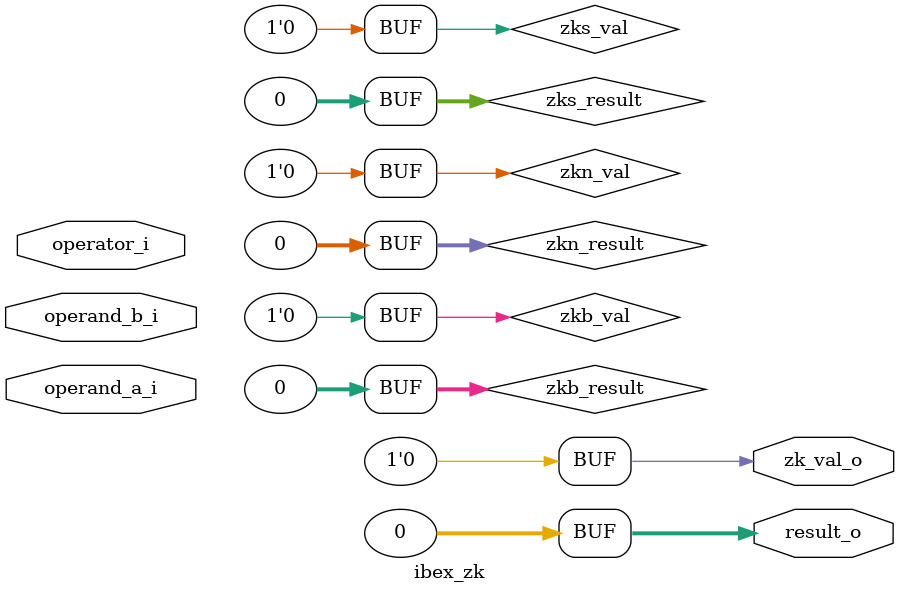
<source format=v>
module ibex_zk (
	operator_i,
	operand_a_i,
	operand_b_i,
	result_o,
	zk_val_o
);
	parameter integer RV32Zk = 32'sd0;
	input wire [6:0] operator_i;
	input wire [31:0] operand_a_i;
	input wire [31:0] operand_b_i;
	output wire [31:0] result_o;
	output wire zk_val_o;
	function automatic [31:0] ror32;
		input reg [31:0] x;
		input reg [4:0] amt;
		reg [31:0] ro;
		reg [31:0] l8;
		reg [31:0] l4;
		reg [31:0] l2;
		reg [31:0] l1;
		reg [31:0] l0;
		begin
			l0 = x;
			l1 = ({32 {amt[0]}} & {l0[0], l0[31:1]}) | ({32 {!amt[0]}} & l0[31:0]);
			l2 = ({32 {amt[1]}} & {l1[1:0], l1[31:2]}) | ({32 {!amt[1]}} & l1[31:0]);
			l4 = ({32 {amt[2]}} & {l2[3:0], l2[31:4]}) | ({32 {!amt[2]}} & l2[31:0]);
			l8 = ({32 {amt[3]}} & {l4[7:0], l4[31:8]}) | ({32 {!amt[3]}} & l4[31:0]);
			ro = ({32 {amt[4]}} & {l8[15:0], l8[31:16]}) | ({32 {!amt[4]}} & l8[31:0]);
			ror32 = ro;
		end
	endfunction
	function automatic [31:0] rol32;
		input reg [31:0] x;
		input reg [4:0] amt;
		reg [31:0] ro;
		reg [31:0] l8;
		reg [31:0] l4;
		reg [31:0] l2;
		reg [31:0] l1;
		reg [31:0] l0;
		begin
			l0 = x;
			l1 = ({32 {amt[0]}} & {l0[30:0], l0[31]}) | ({32 {!amt[0]}} & l0[31:0]);
			l2 = ({32 {amt[1]}} & {l1[29:0], l1[31:30]}) | ({32 {!amt[1]}} & l1[31:0]);
			l4 = ({32 {amt[2]}} & {l2[27:0], l2[31:28]}) | ({32 {!amt[2]}} & l2[31:0]);
			l8 = ({32 {amt[3]}} & {l4[23:0], l4[31:24]}) | ({32 {!amt[3]}} & l4[31:0]);
			ro = ({32 {amt[4]}} & {l8[15:0], l8[31:16]}) | ({32 {!amt[4]}} & l8[31:0]);
			rol32 = ro;
		end
	endfunction
	function automatic [7:0] rev8;
		input reg [7:0] x;
		reg [7:0] rb;
		begin
			begin : sv2v_autoblock_1
				reg signed [31:0] i;
				for (i = 0; i < 8; i = i + 1)
					rb[i] = x[(8 - i) - 1];
			end
			rev8 = rb;
		end
	endfunction
	function automatic [31:0] zip32;
		input reg [31:0] x;
		reg [31:0] uz;
		begin
			begin : sv2v_autoblock_2
				reg signed [31:0] i;
				for (i = 0; i < 16; i = i + 1)
					begin
						uz[2 * i] = x[i];
						uz[(2 * i) + 1] = x[i + 16];
					end
			end
			zip32 = uz;
		end
	endfunction
	function automatic [31:0] unzip32;
		input reg [31:0] x;
		reg [15:0] zh;
		reg [15:0] zl;
		begin
			begin : sv2v_autoblock_3
				reg signed [31:0] i;
				for (i = 0; i < 16; i = i + 1)
					begin
						zh[i] = x[(2 * i) + 1];
						zl[i] = x[2 * i];
					end
			end
			unzip32 = {zh, zl};
		end
	endfunction
	function automatic [7:0] xtime2;
		input reg [7:0] a;
		reg [7:0] x2;
		begin
			x2 = {a[6:0], 1'b0} ^ (a[7] ? 8'h1b : 8'b00000000);
			xtime2 = x2;
		end
	endfunction
	function automatic [7:0] xtimeN;
		input reg [7:0] a;
		input reg [3:0] b;
		reg [7:0] xn;
		begin
			xn = (((b[0] ? a : 0) ^ (b[1] ? xtime2(a) : 0)) ^ (b[2] ? xtime2(xtime2(a)) : 0)) ^ (b[3] ? xtime2(xtime2(xtime2(a))) : 0);
			xtimeN = xn;
		end
	endfunction
	wire zkb_val;
	wire [31:0] zkb_result;
	generate
		if (RV32Zk != 32'sd0) begin : gen_zkb
			wire ror_sel;
			wire rol_sel;
			wire rori_sel;
			wire andn_sel;
			wire orn_sel;
			wire xnor_sel;
			wire pack_sel;
			wire packh_sel;
			wire brev8_sel;
			wire rev8_sel;
			wire zip_sel;
			wire unzip_sel;
			wire clmull_sel;
			wire clmulh_sel;
			wire xperm8_sel;
			wire xperm4_sel;
			assign ror_sel = operator_i == 7'd67;
			assign rol_sel = operator_i == 7'd68;
			assign rori_sel = operator_i == 7'd62;
			assign andn_sel = operator_i == 7'd69;
			assign orn_sel = operator_i == 7'd70;
			assign xnor_sel = operator_i == 7'd71;
			assign pack_sel = operator_i == 7'd72;
			assign packh_sel = operator_i == 7'd73;
			assign brev8_sel = operator_i == 7'd63;
			assign rev8_sel = operator_i == 7'd64;
			assign zip_sel = operator_i == 7'd65;
			assign unzip_sel = operator_i == 7'd66;
			assign clmull_sel = operator_i == 7'd74;
			assign clmulh_sel = operator_i == 7'd75;
			assign xperm8_sel = operator_i == 7'd76;
			assign xperm4_sel = operator_i == 7'd77;
			wire [4:0] shamt;
			assign shamt = operand_b_i[4:0];
			wire [31:0] wror;
			wire [31:0] wrol;
			wire [31:0] wandn;
			wire [31:0] worn;
			wire [31:0] wxnor;
			wire [31:0] wpack;
			wire [31:0] wpackh;
			assign wror = ror32(operand_a_i, shamt);
			assign wrol = rol32(operand_a_i, shamt);
			assign wandn = operand_a_i & ~operand_b_i;
			assign worn = operand_a_i | ~operand_b_i;
			assign wxnor = operand_a_i ^ ~operand_b_i;
			assign wpack = {operand_b_i[15:0], operand_a_i[15:0]};
			assign wpackh = {16'd0, operand_b_i[7:0], operand_a_i[7:0]};
			wire [7:0] rs1_b0;
			wire [7:0] rs1_b1;
			wire [7:0] rs1_b2;
			wire [7:0] rs1_b3;
			assign rs1_b0 = operand_a_i[7:0];
			assign rs1_b1 = operand_a_i[15:8];
			assign rs1_b2 = operand_a_i[23:16];
			assign rs1_b3 = operand_a_i[31:24];
			wire [7:0] brev8_0;
			wire [7:0] brev8_1;
			wire [7:0] brev8_2;
			wire [7:0] brev8_3;
			assign brev8_0 = rev8(rs1_b0);
			assign brev8_1 = rev8(rs1_b1);
			assign brev8_2 = rev8(rs1_b2);
			assign brev8_3 = rev8(rs1_b3);
			wire [31:0] wbrev8;
			wire [31:0] wrev8;
			assign wbrev8 = {brev8_3, brev8_2, brev8_1, brev8_0};
			assign wrev8 = {rs1_b0, rs1_b1, rs1_b2, rs1_b3};
			wire [31:0] wzip;
			wire [31:0] wunzip;
			assign wzip = zip32(operand_a_i);
			assign wunzip = unzip32(operand_a_i);
			wire [3:0] lut_4b [7:0];
			wire [31:0] wxperm4;
			genvar i;
			for (i = 0; i < 8; i = i + 1) begin : gen_lut_xperm4
				assign lut_4b[i] = operand_a_i[4 * i+:4];
				wire [2:0] lut_8idx;
				assign lut_8idx = operand_b_i[4 * i+:3];
				wire [3:0] lut4_out;
				assign lut4_out = lut_4b[lut_8idx];
				assign wxperm4[i * 4+:4] = (operand_b_i[(4 * i) + 3] ? 4'b0000 : lut4_out);
			end
			wire [7:0] lut_8b [3:0];
			wire [31:0] wxperm8;
			for (i = 0; i < 4; i = i + 1) begin : gen_lut_xperm8
				assign lut_8b[i] = operand_a_i[8 * i+:8];
				wire [1:0] lut_4idx;
				assign lut_4idx = operand_b_i[8 * i+:2];
				wire [7:0] lut8_out;
				assign lut8_out = lut_8b[lut_4idx];
				assign wxperm8[i * 8+:8] = (|{operand_b_i[(8 * i) + 7:(8 * i) + 2]} ? 8'd0 : lut8_out);
			end
			wire [15:0] lhs0;
			wire [15:0] rhs0;
			wire [15:0] lhs1;
			wire [15:0] rhs1;
			wire [15:0] lhs2;
			wire [15:0] rhs2;
			assign lhs0 = (clmulh_sel ? operand_a_i[31:16] : operand_a_i[15:0]);
			assign rhs0 = (clmulh_sel ? operand_b_i[31:16] : operand_b_i[15:0]);
			assign lhs1 = operand_a_i[15:0];
			assign rhs1 = operand_b_i[31:16];
			assign lhs2 = operand_a_i[31:16];
			assign rhs2 = operand_b_i[15:0];
			wire [31:0] polymul0;
			wire [31:0] polymul1;
			wire [31:0] polymul2;
			ibex_poly16_mul mul16_ins0(
				lhs0,
				rhs0,
				polymul0
			);
			ibex_poly16_mul mul16_ins1(
				lhs1,
				rhs1,
				polymul1
			);
			ibex_poly16_mul mul16_ins2(
				lhs2,
				rhs2,
				polymul2
			);
			wire [31:0] wclmull;
			wire [31:0] wclmulh;
			wire [31:0] clmulm;
			assign clmulm = polymul1 ^ polymul2;
			assign wclmulh = {polymul0[31:16], polymul0[15:0] ^ clmulm[31:16]};
			assign wclmull = {polymul0[31:16] ^ clmulm[15:0], polymul0[15:0]};
			assign zkb_val = |{ror_sel, rol_sel, rori_sel, andn_sel, orn_sel, xnor_sel, pack_sel, packh_sel, brev8_sel, rev8_sel, zip_sel, unzip_sel, clmull_sel, clmulh_sel, xperm8_sel, xperm4_sel};
			assign zkb_result = ((((((((((((((({32 {ror_sel}} & wror) | ({32 {rol_sel}} & wrol)) | ({32 {rori_sel}} & wror)) | ({32 {andn_sel}} & wandn)) | ({32 {orn_sel}} & worn)) | ({32 {xnor_sel}} & wxnor)) | ({32 {pack_sel}} & wpack)) | ({32 {packh_sel}} & wpackh)) | ({32 {brev8_sel}} & wbrev8)) | ({32 {rev8_sel}} & wrev8)) | ({32 {zip_sel}} & wzip)) | ({32 {unzip_sel}} & wunzip)) | ({32 {clmull_sel}} & wclmull)) | ({32 {clmulh_sel}} & wclmulh)) | ({32 {xperm8_sel}} & wxperm8)) | ({32 {xperm4_sel}} & wxperm4);
		end
		else begin : no_gen_zkb
			assign zkb_val = 1'b0;
			assign zkb_result = 32'd0;
		end
	endgenerate
	wire zkn_val;
	wire [31:0] zkn_result;
	generate
		if (RV32Zk == 32'sd2) begin : gen_zkn
			wire bs0;
			wire bs1;
			wire bs2;
			wire bs3;
			assign bs0 = (((operator_i == 7'd88) || (operator_i == 7'd92)) || (operator_i == 7'd96)) || (operator_i == 7'd100);
			assign bs1 = (((operator_i == 7'd89) || (operator_i == 7'd93)) || (operator_i == 7'd97)) || (operator_i == 7'd101);
			assign bs2 = (((operator_i == 7'd90) || (operator_i == 7'd94)) || (operator_i == 7'd98)) || (operator_i == 7'd102);
			assign bs3 = (((operator_i == 7'd91) || (operator_i == 7'd95)) || (operator_i == 7'd99)) || (operator_i == 7'd103);
			wire decs_sel;
			wire encs_sel;
			wire decsm_sel;
			wire encsm_sel;
			assign decs_sel = (((operator_i == 7'd88) || (operator_i == 7'd89)) || (operator_i == 7'd90)) || (operator_i == 7'd91);
			assign encs_sel = (((operator_i == 7'd96) || (operator_i == 7'd97)) || (operator_i == 7'd98)) || (operator_i == 7'd99);
			assign decsm_sel = (((operator_i == 7'd92) || (operator_i == 7'd93)) || (operator_i == 7'd94)) || (operator_i == 7'd95);
			assign encsm_sel = (((operator_i == 7'd100) || (operator_i == 7'd101)) || (operator_i == 7'd102)) || (operator_i == 7'd103);
			wire aes32_sel;
			assign aes32_sel = ((decs_sel || encs_sel) || encsm_sel) || decsm_sel;
			wire [7:0] sel_byte;
			assign sel_byte = ((({8 {bs0}} & operand_b_i[7:0]) | ({8 {bs1}} & operand_b_i[15:8])) | ({8 {bs2}} & operand_b_i[23:16])) | ({8 {bs3}} & operand_b_i[31:24]);
			wire dec;
			wire mix;
			assign dec = decs_sel || decsm_sel;
			assign mix = encsm_sel || decsm_sel;
			wire [7:0] sbox_out;
			ibex_aes_sbox i_aes_sbox(
				.fw(~dec),
				.in(sel_byte),
				.fx(sbox_out)
			);
			wire [7:0] mix_b0;
			wire [7:0] mix_b1;
			wire [7:0] mix_b2;
			wire [7:0] mix_b3;
			assign mix_b3 = xtimeN(sbox_out, (dec ? 11 : 3));
			assign mix_b2 = (dec ? xtimeN(sbox_out, 13) : sbox_out);
			assign mix_b1 = (dec ? xtimeN(sbox_out, 9) : sbox_out);
			assign mix_b0 = xtimeN(sbox_out, (dec ? 14 : 2));
			wire [31:0] mixed;
			wire [31:0] sbox_mix;
			wire [31:0] rotated;
			assign mixed = {mix_b3, mix_b2, mix_b1, mix_b0};
			assign sbox_mix = (mix ? mixed : {24'b000000000000000000000000, sbox_out});
			assign rotated = ((({32 {bs0}} & {sbox_mix}) | ({32 {bs1}} & {sbox_mix[23:0], sbox_mix[31:24]})) | ({32 {bs2}} & {sbox_mix[15:0], sbox_mix[31:16]})) | ({32 {bs3}} & {sbox_mix[7:0], sbox_mix[31:8]});
			wire sha256_sum0_sel;
			wire sha256_sum1_sel;
			wire sha256_sig0_sel;
			wire sha256_sig1_sel;
			assign sha256_sum0_sel = operator_i == 7'd78;
			assign sha256_sum1_sel = operator_i == 7'd79;
			assign sha256_sig0_sel = operator_i == 7'd80;
			assign sha256_sig1_sel = operator_i == 7'd81;
			wire sha512_sum0r_sel;
			wire sha512_sum1r_sel;
			wire sha512_sig0l_sel;
			wire sha512_sig1l_sel;
			wire sha512_sig0h_sel;
			wire sha512_sig1h_sel;
			assign sha512_sum0r_sel = operator_i == 7'd82;
			assign sha512_sum1r_sel = operator_i == 7'd83;
			assign sha512_sig0l_sel = operator_i == 7'd84;
			assign sha512_sig0h_sel = operator_i == 7'd86;
			assign sha512_sig1l_sel = operator_i == 7'd85;
			assign sha512_sig1h_sel = operator_i == 7'd87;
			wire [31:0] sha256_sum0;
			wire [31:0] sha256_sum1;
			wire [31:0] sha256_sig0;
			wire [31:0] sha256_sig1;
			assign sha256_sig0 = (((operand_a_i >> 7) | (operand_a_i << 25)) ^ ((operand_a_i >> 18) | (operand_a_i << 14))) ^ (operand_a_i >> 3);
			assign sha256_sig1 = (((operand_a_i >> 17) | (operand_a_i << 15)) ^ ((operand_a_i >> 19) | (operand_a_i << 13))) ^ (operand_a_i >> 10);
			assign sha256_sum0 = (((operand_a_i >> 2) | (operand_a_i << 30)) ^ ((operand_a_i >> 13) | (operand_a_i << 19))) ^ ((operand_a_i >> 22) | (operand_a_i << 10));
			assign sha256_sum1 = (((operand_a_i >> 6) | (operand_a_i << 26)) ^ ((operand_a_i >> 11) | (operand_a_i << 21))) ^ ((operand_a_i >> 25) | (operand_a_i << 7));
			wire [31:0] sha512_sum0r;
			wire [31:0] sha512_sum1r;
			wire [31:0] sha512_sig0l;
			wire [31:0] sha512_sig1l;
			wire [31:0] sha512_sig0h;
			wire [31:0] sha512_sig1h;
			assign sha512_sum0r = (((((operand_a_i << 25) ^ (operand_a_i << 30)) ^ (operand_a_i >> 28)) ^ (operand_b_i >> 7)) ^ (operand_b_i >> 2)) ^ (operand_b_i << 4);
			assign sha512_sum1r = (((((operand_a_i << 23) ^ (operand_a_i >> 14)) ^ (operand_a_i >> 18)) ^ (operand_b_i >> 9)) ^ (operand_b_i << 18)) ^ (operand_b_i << 14);
			assign sha512_sig0l = (((((operand_a_i >> 1) ^ (operand_a_i >> 7)) ^ (operand_a_i >> 8)) ^ (operand_b_i << 31)) ^ (operand_b_i << 25)) ^ (operand_b_i << 24);
			assign sha512_sig0h = ((((operand_a_i >> 1) ^ (operand_a_i >> 7)) ^ (operand_a_i >> 8)) ^ (operand_b_i << 31)) ^ (operand_b_i << 24);
			assign sha512_sig1l = (((((operand_a_i << 3) ^ (operand_a_i >> 6)) ^ (operand_a_i >> 19)) ^ (operand_b_i >> 29)) ^ (operand_b_i << 26)) ^ (operand_b_i << 13);
			assign sha512_sig1h = ((((operand_a_i << 3) ^ (operand_a_i >> 6)) ^ (operand_a_i >> 19)) ^ (operand_b_i >> 29)) ^ (operand_b_i << 13);
			assign zkn_val = |{sha256_sum0_sel, sha256_sum1_sel, sha256_sig0_sel, sha256_sig1_sel, sha512_sum0r_sel, sha512_sum1r_sel, sha512_sig0l_sel, sha512_sig1l_sel, sha512_sig0h_sel, sha512_sig1h_sel, aes32_sel};
			assign zkn_result = (((((((((({32 {aes32_sel}} & (rotated ^ operand_a_i)) | ({32 {sha256_sig0_sel}} & sha256_sig0)) | ({32 {sha256_sig1_sel}} & sha256_sig1)) | ({32 {sha256_sum0_sel}} & sha256_sum0)) | ({32 {sha256_sum1_sel}} & sha256_sum1)) | ({32 {sha512_sum0r_sel}} & sha512_sum0r)) | ({32 {sha512_sum1r_sel}} & sha512_sum1r)) | ({32 {sha512_sig0l_sel}} & sha512_sig0l)) | ({32 {sha512_sig0h_sel}} & sha512_sig0h)) | ({32 {sha512_sig1l_sel}} & sha512_sig1l)) | ({32 {sha512_sig1h_sel}} & sha512_sig1h);
		end
		else begin : no_gen_zkn
			assign zkn_val = 1'b0;
			assign zkn_result = 32'd0;
		end
	endgenerate
	wire zks_val;
	wire [31:0] zks_result;
	generate
		if (RV32Zk == 32'sd3) begin : gen_zks
			wire sm4ed_sel;
			wire sm4ks_sel;
			wire sm3p0_sel;
			wire sm3p1_sel;
			assign sm4ed_sel = (((operator_i == 7'd104) || (operator_i == 7'd106)) || (operator_i == 7'd105)) || (operator_i == 7'd107);
			assign sm4ks_sel = (((operator_i == 7'd108) || (operator_i == 7'd110)) || (operator_i == 7'd109)) || (operator_i == 7'd111);
			assign sm3p0_sel = operator_i == 7'd112;
			assign sm3p1_sel = operator_i == 7'd113;
			wire zks_bs0;
			wire zks_bs1;
			wire zks_bs2;
			wire zks_bs3;
			assign zks_bs0 = (operator_i == 7'd104) || (operator_i == 7'd108);
			assign zks_bs1 = (operator_i == 7'd105) || (operator_i == 7'd109);
			assign zks_bs2 = (operator_i == 7'd106) || (operator_i == 7'd110);
			assign zks_bs3 = (operator_i == 7'd107) || (operator_i == 7'd111);
			wire [7:0] sbox_in;
			assign sbox_in = ((({8 {zks_bs0}} & operand_b_i[7:0]) | ({8 {zks_bs1}} & operand_b_i[15:8])) | ({8 {zks_bs2}} & operand_b_i[23:16])) | ({8 {zks_bs3}} & operand_b_i[31:24]);
			wire [7:0] sm4_sbox_out;
			ibex_sm4_sbox ism4_sbox(
				.in(sbox_in),
				.fx(sm4_sbox_out)
			);
			wire [31:0] s;
			assign s = {24'b000000000000000000000000, sm4_sbox_out};
			wire [31:0] ed1;
			wire [31:0] ed2;
			assign ed1 = ((s ^ (s << 8)) ^ (s << 2)) ^ (s << 18);
			assign ed2 = (ed1 ^ ((s & 32'h0000003f) << 26)) ^ ((s & 32'h000000c0) << 10);
			wire [31:0] ks1;
			wire [31:0] ks2;
			assign ks1 = (s ^ ((s & 32'h00000007) << 29)) ^ ((s & 32'h000000fe) << 7);
			assign ks2 = (ks1 ^ ((s & 32'h00000001) << 23)) ^ ((s & 32'h000000f8) << 13);
			wire [31:0] rot_in;
			wire [31:0] rot_out;
			wire [31:0] sm4;
			assign rot_in = (sm4ks_sel ? ks2 : ed2);
			assign rot_out = ((({32 {zks_bs0}} & {rot_in}) | ({32 {zks_bs1}} & {rot_in[23:0], rot_in[31:24]})) | ({32 {zks_bs2}} & {rot_in[15:0], rot_in[31:16]})) | ({32 {zks_bs3}} & {rot_in[7:0], rot_in[31:8]});
			assign sm4 = rot_out ^ operand_a_i;
			wire [31:0] sm3_p0;
			wire [31:0] sm3_p1;
			assign sm3_p0 = (operand_a_i ^ ((operand_a_i << 9) | (operand_a_i >> 23))) ^ ((operand_a_i << 17) | (operand_a_i >> 15));
			assign sm3_p1 = (operand_a_i ^ ((operand_a_i << 15) | (operand_a_i >> 17))) ^ ((operand_a_i << 23) | (operand_a_i >> 9));
			assign zks_val = |{sm4ed_sel, sm4ks_sel, sm3p0_sel, sm3p1_sel};
			assign zks_result = ((({32 {sm4ed_sel}} & sm4) | ({32 {sm4ks_sel}} & sm4)) | ({32 {sm3p0_sel}} & sm3_p0)) | ({32 {sm3p1_sel}} & sm3_p1);
		end
		else begin : no_gen_zks
			assign zks_val = 1'b0;
			assign zks_result = 32'd0;
		end
	endgenerate
	assign zk_val_o = (zkb_val || zkn_val) || zks_val;
	assign result_o = (zkb_result | zkn_result) | zks_result;
endmodule

</source>
